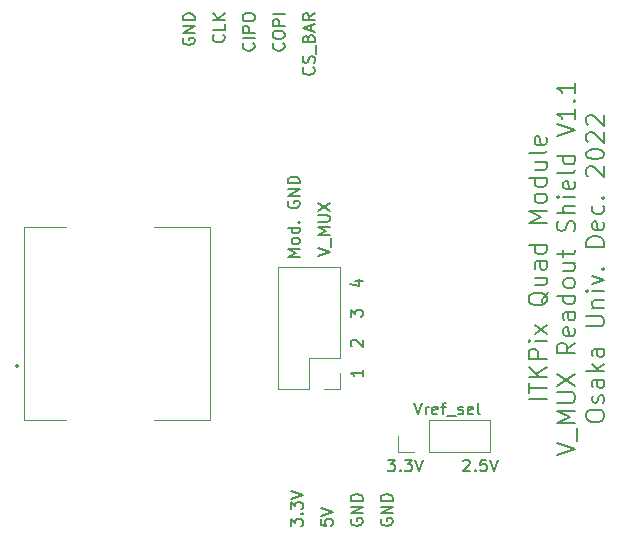
<source format=gbr>
%TF.GenerationSoftware,KiCad,Pcbnew,(5.1.6-0-10_14)*%
%TF.CreationDate,2022-12-11T12:30:35+09:00*%
%TF.ProjectId,MuxReadoutBoard,4d757852-6561-4646-9f75-74426f617264,rev?*%
%TF.SameCoordinates,Original*%
%TF.FileFunction,Legend,Top*%
%TF.FilePolarity,Positive*%
%FSLAX46Y46*%
G04 Gerber Fmt 4.6, Leading zero omitted, Abs format (unit mm)*
G04 Created by KiCad (PCBNEW (5.1.6-0-10_14)) date 2022-12-11 12:30:35*
%MOMM*%
%LPD*%
G01*
G04 APERTURE LIST*
%ADD10C,0.150000*%
%ADD11C,0.200000*%
%ADD12C,0.100000*%
%ADD13C,0.120000*%
G04 APERTURE END LIST*
D10*
X147026666Y-136866380D02*
X147360000Y-137866380D01*
X147693333Y-136866380D01*
X148026666Y-137866380D02*
X148026666Y-137199714D01*
X148026666Y-137390190D02*
X148074285Y-137294952D01*
X148121904Y-137247333D01*
X148217142Y-137199714D01*
X148312380Y-137199714D01*
X149026666Y-137818761D02*
X148931428Y-137866380D01*
X148740952Y-137866380D01*
X148645714Y-137818761D01*
X148598095Y-137723523D01*
X148598095Y-137342571D01*
X148645714Y-137247333D01*
X148740952Y-137199714D01*
X148931428Y-137199714D01*
X149026666Y-137247333D01*
X149074285Y-137342571D01*
X149074285Y-137437809D01*
X148598095Y-137533047D01*
X149360000Y-137199714D02*
X149740952Y-137199714D01*
X149502857Y-137866380D02*
X149502857Y-137009238D01*
X149550476Y-136914000D01*
X149645714Y-136866380D01*
X149740952Y-136866380D01*
X149836190Y-137961619D02*
X150598095Y-137961619D01*
X150788571Y-137818761D02*
X150883809Y-137866380D01*
X151074285Y-137866380D01*
X151169523Y-137818761D01*
X151217142Y-137723523D01*
X151217142Y-137675904D01*
X151169523Y-137580666D01*
X151074285Y-137533047D01*
X150931428Y-137533047D01*
X150836190Y-137485428D01*
X150788571Y-137390190D01*
X150788571Y-137342571D01*
X150836190Y-137247333D01*
X150931428Y-137199714D01*
X151074285Y-137199714D01*
X151169523Y-137247333D01*
X152026666Y-137818761D02*
X151931428Y-137866380D01*
X151740952Y-137866380D01*
X151645714Y-137818761D01*
X151598095Y-137723523D01*
X151598095Y-137342571D01*
X151645714Y-137247333D01*
X151740952Y-137199714D01*
X151931428Y-137199714D01*
X152026666Y-137247333D01*
X152074285Y-137342571D01*
X152074285Y-137437809D01*
X151598095Y-137533047D01*
X152645714Y-137866380D02*
X152550476Y-137818761D01*
X152502857Y-137723523D01*
X152502857Y-136866380D01*
X151225428Y-141787619D02*
X151273047Y-141740000D01*
X151368285Y-141692380D01*
X151606380Y-141692380D01*
X151701619Y-141740000D01*
X151749238Y-141787619D01*
X151796857Y-141882857D01*
X151796857Y-141978095D01*
X151749238Y-142120952D01*
X151177809Y-142692380D01*
X151796857Y-142692380D01*
X152225428Y-142597142D02*
X152273047Y-142644761D01*
X152225428Y-142692380D01*
X152177809Y-142644761D01*
X152225428Y-142597142D01*
X152225428Y-142692380D01*
X153177809Y-141692380D02*
X152701619Y-141692380D01*
X152654000Y-142168571D01*
X152701619Y-142120952D01*
X152796857Y-142073333D01*
X153034952Y-142073333D01*
X153130190Y-142120952D01*
X153177809Y-142168571D01*
X153225428Y-142263809D01*
X153225428Y-142501904D01*
X153177809Y-142597142D01*
X153130190Y-142644761D01*
X153034952Y-142692380D01*
X152796857Y-142692380D01*
X152701619Y-142644761D01*
X152654000Y-142597142D01*
X153511142Y-141692380D02*
X153844476Y-142692380D01*
X154177809Y-141692380D01*
X144827809Y-141692380D02*
X145446857Y-141692380D01*
X145113523Y-142073333D01*
X145256380Y-142073333D01*
X145351619Y-142120952D01*
X145399238Y-142168571D01*
X145446857Y-142263809D01*
X145446857Y-142501904D01*
X145399238Y-142597142D01*
X145351619Y-142644761D01*
X145256380Y-142692380D01*
X144970666Y-142692380D01*
X144875428Y-142644761D01*
X144827809Y-142597142D01*
X145875428Y-142597142D02*
X145923047Y-142644761D01*
X145875428Y-142692380D01*
X145827809Y-142644761D01*
X145875428Y-142597142D01*
X145875428Y-142692380D01*
X146256380Y-141692380D02*
X146875428Y-141692380D01*
X146542095Y-142073333D01*
X146684952Y-142073333D01*
X146780190Y-142120952D01*
X146827809Y-142168571D01*
X146875428Y-142263809D01*
X146875428Y-142501904D01*
X146827809Y-142597142D01*
X146780190Y-142644761D01*
X146684952Y-142692380D01*
X146399238Y-142692380D01*
X146304000Y-142644761D01*
X146256380Y-142597142D01*
X147161142Y-141692380D02*
X147494476Y-142692380D01*
X147827809Y-141692380D01*
X136612380Y-147333642D02*
X136612380Y-146714595D01*
X136993333Y-147047928D01*
X136993333Y-146905071D01*
X137040952Y-146809833D01*
X137088571Y-146762214D01*
X137183809Y-146714595D01*
X137421904Y-146714595D01*
X137517142Y-146762214D01*
X137564761Y-146809833D01*
X137612380Y-146905071D01*
X137612380Y-147190785D01*
X137564761Y-147286023D01*
X137517142Y-147333642D01*
X137517142Y-146286023D02*
X137564761Y-146238404D01*
X137612380Y-146286023D01*
X137564761Y-146333642D01*
X137517142Y-146286023D01*
X137612380Y-146286023D01*
X136612380Y-145905071D02*
X136612380Y-145286023D01*
X136993333Y-145619357D01*
X136993333Y-145476500D01*
X137040952Y-145381261D01*
X137088571Y-145333642D01*
X137183809Y-145286023D01*
X137421904Y-145286023D01*
X137517142Y-145333642D01*
X137564761Y-145381261D01*
X137612380Y-145476500D01*
X137612380Y-145762214D01*
X137564761Y-145857452D01*
X137517142Y-145905071D01*
X136612380Y-145000309D02*
X137612380Y-144666976D01*
X136612380Y-144333642D01*
X139152380Y-146762214D02*
X139152380Y-147238404D01*
X139628571Y-147286023D01*
X139580952Y-147238404D01*
X139533333Y-147143166D01*
X139533333Y-146905071D01*
X139580952Y-146809833D01*
X139628571Y-146762214D01*
X139723809Y-146714595D01*
X139961904Y-146714595D01*
X140057142Y-146762214D01*
X140104761Y-146809833D01*
X140152380Y-146905071D01*
X140152380Y-147143166D01*
X140104761Y-147238404D01*
X140057142Y-147286023D01*
X139152380Y-146428880D02*
X140152380Y-146095547D01*
X139152380Y-145762214D01*
X144280000Y-146714595D02*
X144232380Y-146809833D01*
X144232380Y-146952690D01*
X144280000Y-147095547D01*
X144375238Y-147190785D01*
X144470476Y-147238404D01*
X144660952Y-147286023D01*
X144803809Y-147286023D01*
X144994285Y-147238404D01*
X145089523Y-147190785D01*
X145184761Y-147095547D01*
X145232380Y-146952690D01*
X145232380Y-146857452D01*
X145184761Y-146714595D01*
X145137142Y-146666976D01*
X144803809Y-146666976D01*
X144803809Y-146857452D01*
X145232380Y-146238404D02*
X144232380Y-146238404D01*
X145232380Y-145666976D01*
X144232380Y-145666976D01*
X145232380Y-145190785D02*
X144232380Y-145190785D01*
X144232380Y-144952690D01*
X144280000Y-144809833D01*
X144375238Y-144714595D01*
X144470476Y-144666976D01*
X144660952Y-144619357D01*
X144803809Y-144619357D01*
X144994285Y-144666976D01*
X145089523Y-144714595D01*
X145184761Y-144809833D01*
X145232380Y-144952690D01*
X145232380Y-145190785D01*
X141740000Y-146714595D02*
X141692380Y-146809833D01*
X141692380Y-146952690D01*
X141740000Y-147095547D01*
X141835238Y-147190785D01*
X141930476Y-147238404D01*
X142120952Y-147286023D01*
X142263809Y-147286023D01*
X142454285Y-147238404D01*
X142549523Y-147190785D01*
X142644761Y-147095547D01*
X142692380Y-146952690D01*
X142692380Y-146857452D01*
X142644761Y-146714595D01*
X142597142Y-146666976D01*
X142263809Y-146666976D01*
X142263809Y-146857452D01*
X142692380Y-146238404D02*
X141692380Y-146238404D01*
X142692380Y-145666976D01*
X141692380Y-145666976D01*
X142692380Y-145190785D02*
X141692380Y-145190785D01*
X141692380Y-144952690D01*
X141740000Y-144809833D01*
X141835238Y-144714595D01*
X141930476Y-144666976D01*
X142120952Y-144619357D01*
X142263809Y-144619357D01*
X142454285Y-144666976D01*
X142549523Y-144714595D01*
X142644761Y-144809833D01*
X142692380Y-144952690D01*
X142692380Y-145190785D01*
X127516000Y-106015214D02*
X127468380Y-106110452D01*
X127468380Y-106253309D01*
X127516000Y-106396166D01*
X127611238Y-106491404D01*
X127706476Y-106539023D01*
X127896952Y-106586642D01*
X128039809Y-106586642D01*
X128230285Y-106539023D01*
X128325523Y-106491404D01*
X128420761Y-106396166D01*
X128468380Y-106253309D01*
X128468380Y-106158071D01*
X128420761Y-106015214D01*
X128373142Y-105967595D01*
X128039809Y-105967595D01*
X128039809Y-106158071D01*
X128468380Y-105539023D02*
X127468380Y-105539023D01*
X128468380Y-104967595D01*
X127468380Y-104967595D01*
X128468380Y-104491404D02*
X127468380Y-104491404D01*
X127468380Y-104253309D01*
X127516000Y-104110452D01*
X127611238Y-104015214D01*
X127706476Y-103967595D01*
X127896952Y-103919976D01*
X128039809Y-103919976D01*
X128230285Y-103967595D01*
X128325523Y-104015214D01*
X128420761Y-104110452D01*
X128468380Y-104253309D01*
X128468380Y-104491404D01*
X130913142Y-105729500D02*
X130960761Y-105777119D01*
X131008380Y-105919976D01*
X131008380Y-106015214D01*
X130960761Y-106158071D01*
X130865523Y-106253309D01*
X130770285Y-106300928D01*
X130579809Y-106348547D01*
X130436952Y-106348547D01*
X130246476Y-106300928D01*
X130151238Y-106253309D01*
X130056000Y-106158071D01*
X130008380Y-106015214D01*
X130008380Y-105919976D01*
X130056000Y-105777119D01*
X130103619Y-105729500D01*
X131008380Y-104824738D02*
X131008380Y-105300928D01*
X130008380Y-105300928D01*
X131008380Y-104491404D02*
X130008380Y-104491404D01*
X131008380Y-103919976D02*
X130436952Y-104348547D01*
X130008380Y-103919976D02*
X130579809Y-104491404D01*
X133453142Y-106443785D02*
X133500761Y-106491404D01*
X133548380Y-106634261D01*
X133548380Y-106729500D01*
X133500761Y-106872357D01*
X133405523Y-106967595D01*
X133310285Y-107015214D01*
X133119809Y-107062833D01*
X132976952Y-107062833D01*
X132786476Y-107015214D01*
X132691238Y-106967595D01*
X132596000Y-106872357D01*
X132548380Y-106729500D01*
X132548380Y-106634261D01*
X132596000Y-106491404D01*
X132643619Y-106443785D01*
X133548380Y-106015214D02*
X132548380Y-106015214D01*
X133548380Y-105539023D02*
X132548380Y-105539023D01*
X132548380Y-105158071D01*
X132596000Y-105062833D01*
X132643619Y-105015214D01*
X132738857Y-104967595D01*
X132881714Y-104967595D01*
X132976952Y-105015214D01*
X133024571Y-105062833D01*
X133072190Y-105158071D01*
X133072190Y-105539023D01*
X132548380Y-104348547D02*
X132548380Y-104158071D01*
X132596000Y-104062833D01*
X132691238Y-103967595D01*
X132881714Y-103919976D01*
X133215047Y-103919976D01*
X133405523Y-103967595D01*
X133500761Y-104062833D01*
X133548380Y-104158071D01*
X133548380Y-104348547D01*
X133500761Y-104443785D01*
X133405523Y-104539023D01*
X133215047Y-104586642D01*
X132881714Y-104586642D01*
X132691238Y-104539023D01*
X132596000Y-104443785D01*
X132548380Y-104348547D01*
X135993142Y-106443785D02*
X136040761Y-106491404D01*
X136088380Y-106634261D01*
X136088380Y-106729500D01*
X136040761Y-106872357D01*
X135945523Y-106967595D01*
X135850285Y-107015214D01*
X135659809Y-107062833D01*
X135516952Y-107062833D01*
X135326476Y-107015214D01*
X135231238Y-106967595D01*
X135136000Y-106872357D01*
X135088380Y-106729500D01*
X135088380Y-106634261D01*
X135136000Y-106491404D01*
X135183619Y-106443785D01*
X135088380Y-105824738D02*
X135088380Y-105634261D01*
X135136000Y-105539023D01*
X135231238Y-105443785D01*
X135421714Y-105396166D01*
X135755047Y-105396166D01*
X135945523Y-105443785D01*
X136040761Y-105539023D01*
X136088380Y-105634261D01*
X136088380Y-105824738D01*
X136040761Y-105919976D01*
X135945523Y-106015214D01*
X135755047Y-106062833D01*
X135421714Y-106062833D01*
X135231238Y-106015214D01*
X135136000Y-105919976D01*
X135088380Y-105824738D01*
X136088380Y-104967595D02*
X135088380Y-104967595D01*
X135088380Y-104586642D01*
X135136000Y-104491404D01*
X135183619Y-104443785D01*
X135278857Y-104396166D01*
X135421714Y-104396166D01*
X135516952Y-104443785D01*
X135564571Y-104491404D01*
X135612190Y-104586642D01*
X135612190Y-104967595D01*
X136088380Y-103967595D02*
X135088380Y-103967595D01*
X138533142Y-108491404D02*
X138580761Y-108539023D01*
X138628380Y-108681880D01*
X138628380Y-108777119D01*
X138580761Y-108919976D01*
X138485523Y-109015214D01*
X138390285Y-109062833D01*
X138199809Y-109110452D01*
X138056952Y-109110452D01*
X137866476Y-109062833D01*
X137771238Y-109015214D01*
X137676000Y-108919976D01*
X137628380Y-108777119D01*
X137628380Y-108681880D01*
X137676000Y-108539023D01*
X137723619Y-108491404D01*
X138580761Y-108110452D02*
X138628380Y-107967595D01*
X138628380Y-107729500D01*
X138580761Y-107634261D01*
X138533142Y-107586642D01*
X138437904Y-107539023D01*
X138342666Y-107539023D01*
X138247428Y-107586642D01*
X138199809Y-107634261D01*
X138152190Y-107729500D01*
X138104571Y-107919976D01*
X138056952Y-108015214D01*
X138009333Y-108062833D01*
X137914095Y-108110452D01*
X137818857Y-108110452D01*
X137723619Y-108062833D01*
X137676000Y-108015214D01*
X137628380Y-107919976D01*
X137628380Y-107681880D01*
X137676000Y-107539023D01*
X138723619Y-107348547D02*
X138723619Y-106586642D01*
X138104571Y-106015214D02*
X138152190Y-105872357D01*
X138199809Y-105824738D01*
X138295047Y-105777119D01*
X138437904Y-105777119D01*
X138533142Y-105824738D01*
X138580761Y-105872357D01*
X138628380Y-105967595D01*
X138628380Y-106348547D01*
X137628380Y-106348547D01*
X137628380Y-106015214D01*
X137676000Y-105919976D01*
X137723619Y-105872357D01*
X137818857Y-105824738D01*
X137914095Y-105824738D01*
X138009333Y-105872357D01*
X138056952Y-105919976D01*
X138104571Y-106015214D01*
X138104571Y-106348547D01*
X138342666Y-105396166D02*
X138342666Y-104919976D01*
X138628380Y-105491404D02*
X137628380Y-105158071D01*
X138628380Y-104824738D01*
X138628380Y-103919976D02*
X138152190Y-104253309D01*
X138628380Y-104491404D02*
X137628380Y-104491404D01*
X137628380Y-104110452D01*
X137676000Y-104015214D01*
X137723619Y-103967595D01*
X137818857Y-103919976D01*
X137961714Y-103919976D01*
X138056952Y-103967595D01*
X138104571Y-104015214D01*
X138152190Y-104110452D01*
X138152190Y-104491404D01*
X158273428Y-136579428D02*
X156749428Y-136579428D01*
X156749428Y-136071428D02*
X156749428Y-135200571D01*
X158273428Y-135636000D02*
X156749428Y-135636000D01*
X158273428Y-134692571D02*
X156749428Y-134692571D01*
X158273428Y-133821714D02*
X157402571Y-134474857D01*
X156749428Y-133821714D02*
X157620285Y-134692571D01*
X158273428Y-133168571D02*
X156749428Y-133168571D01*
X156749428Y-132588000D01*
X156822000Y-132442857D01*
X156894571Y-132370285D01*
X157039714Y-132297714D01*
X157257428Y-132297714D01*
X157402571Y-132370285D01*
X157475142Y-132442857D01*
X157547714Y-132588000D01*
X157547714Y-133168571D01*
X158273428Y-131644571D02*
X157257428Y-131644571D01*
X156749428Y-131644571D02*
X156822000Y-131717142D01*
X156894571Y-131644571D01*
X156822000Y-131572000D01*
X156749428Y-131644571D01*
X156894571Y-131644571D01*
X158273428Y-131064000D02*
X157257428Y-130265714D01*
X157257428Y-131064000D02*
X158273428Y-130265714D01*
X158418571Y-127508000D02*
X158346000Y-127653142D01*
X158200857Y-127798285D01*
X157983142Y-128016000D01*
X157910571Y-128161142D01*
X157910571Y-128306285D01*
X158273428Y-128233714D02*
X158200857Y-128378857D01*
X158055714Y-128524000D01*
X157765428Y-128596571D01*
X157257428Y-128596571D01*
X156967142Y-128524000D01*
X156822000Y-128378857D01*
X156749428Y-128233714D01*
X156749428Y-127943428D01*
X156822000Y-127798285D01*
X156967142Y-127653142D01*
X157257428Y-127580571D01*
X157765428Y-127580571D01*
X158055714Y-127653142D01*
X158200857Y-127798285D01*
X158273428Y-127943428D01*
X158273428Y-128233714D01*
X157257428Y-126274285D02*
X158273428Y-126274285D01*
X157257428Y-126927428D02*
X158055714Y-126927428D01*
X158200857Y-126854857D01*
X158273428Y-126709714D01*
X158273428Y-126492000D01*
X158200857Y-126346857D01*
X158128285Y-126274285D01*
X158273428Y-124895428D02*
X157475142Y-124895428D01*
X157330000Y-124968000D01*
X157257428Y-125113142D01*
X157257428Y-125403428D01*
X157330000Y-125548571D01*
X158200857Y-124895428D02*
X158273428Y-125040571D01*
X158273428Y-125403428D01*
X158200857Y-125548571D01*
X158055714Y-125621142D01*
X157910571Y-125621142D01*
X157765428Y-125548571D01*
X157692857Y-125403428D01*
X157692857Y-125040571D01*
X157620285Y-124895428D01*
X158273428Y-123516571D02*
X156749428Y-123516571D01*
X158200857Y-123516571D02*
X158273428Y-123661714D01*
X158273428Y-123952000D01*
X158200857Y-124097142D01*
X158128285Y-124169714D01*
X157983142Y-124242285D01*
X157547714Y-124242285D01*
X157402571Y-124169714D01*
X157330000Y-124097142D01*
X157257428Y-123952000D01*
X157257428Y-123661714D01*
X157330000Y-123516571D01*
X158273428Y-121629714D02*
X156749428Y-121629714D01*
X157838000Y-121121714D01*
X156749428Y-120613714D01*
X158273428Y-120613714D01*
X158273428Y-119670285D02*
X158200857Y-119815428D01*
X158128285Y-119888000D01*
X157983142Y-119960571D01*
X157547714Y-119960571D01*
X157402571Y-119888000D01*
X157330000Y-119815428D01*
X157257428Y-119670285D01*
X157257428Y-119452571D01*
X157330000Y-119307428D01*
X157402571Y-119234857D01*
X157547714Y-119162285D01*
X157983142Y-119162285D01*
X158128285Y-119234857D01*
X158200857Y-119307428D01*
X158273428Y-119452571D01*
X158273428Y-119670285D01*
X158273428Y-117856000D02*
X156749428Y-117856000D01*
X158200857Y-117856000D02*
X158273428Y-118001142D01*
X158273428Y-118291428D01*
X158200857Y-118436571D01*
X158128285Y-118509142D01*
X157983142Y-118581714D01*
X157547714Y-118581714D01*
X157402571Y-118509142D01*
X157330000Y-118436571D01*
X157257428Y-118291428D01*
X157257428Y-118001142D01*
X157330000Y-117856000D01*
X157257428Y-116477142D02*
X158273428Y-116477142D01*
X157257428Y-117130285D02*
X158055714Y-117130285D01*
X158200857Y-117057714D01*
X158273428Y-116912571D01*
X158273428Y-116694857D01*
X158200857Y-116549714D01*
X158128285Y-116477142D01*
X158273428Y-115533714D02*
X158200857Y-115678857D01*
X158055714Y-115751428D01*
X156749428Y-115751428D01*
X158200857Y-114372571D02*
X158273428Y-114517714D01*
X158273428Y-114808000D01*
X158200857Y-114953142D01*
X158055714Y-115025714D01*
X157475142Y-115025714D01*
X157330000Y-114953142D01*
X157257428Y-114808000D01*
X157257428Y-114517714D01*
X157330000Y-114372571D01*
X157475142Y-114300000D01*
X157620285Y-114300000D01*
X157765428Y-115025714D01*
X159185428Y-141296571D02*
X160709428Y-140788571D01*
X159185428Y-140280571D01*
X160854571Y-140135428D02*
X160854571Y-138974285D01*
X160709428Y-138611428D02*
X159185428Y-138611428D01*
X160274000Y-138103428D01*
X159185428Y-137595428D01*
X160709428Y-137595428D01*
X159185428Y-136869714D02*
X160419142Y-136869714D01*
X160564285Y-136797142D01*
X160636857Y-136724571D01*
X160709428Y-136579428D01*
X160709428Y-136289142D01*
X160636857Y-136144000D01*
X160564285Y-136071428D01*
X160419142Y-135998857D01*
X159185428Y-135998857D01*
X159185428Y-135418285D02*
X160709428Y-134402285D01*
X159185428Y-134402285D02*
X160709428Y-135418285D01*
X160709428Y-131789714D02*
X159983714Y-132297714D01*
X160709428Y-132660571D02*
X159185428Y-132660571D01*
X159185428Y-132080000D01*
X159258000Y-131934857D01*
X159330571Y-131862285D01*
X159475714Y-131789714D01*
X159693428Y-131789714D01*
X159838571Y-131862285D01*
X159911142Y-131934857D01*
X159983714Y-132080000D01*
X159983714Y-132660571D01*
X160636857Y-130556000D02*
X160709428Y-130701142D01*
X160709428Y-130991428D01*
X160636857Y-131136571D01*
X160491714Y-131209142D01*
X159911142Y-131209142D01*
X159766000Y-131136571D01*
X159693428Y-130991428D01*
X159693428Y-130701142D01*
X159766000Y-130556000D01*
X159911142Y-130483428D01*
X160056285Y-130483428D01*
X160201428Y-131209142D01*
X160709428Y-129177142D02*
X159911142Y-129177142D01*
X159766000Y-129249714D01*
X159693428Y-129394857D01*
X159693428Y-129685142D01*
X159766000Y-129830285D01*
X160636857Y-129177142D02*
X160709428Y-129322285D01*
X160709428Y-129685142D01*
X160636857Y-129830285D01*
X160491714Y-129902857D01*
X160346571Y-129902857D01*
X160201428Y-129830285D01*
X160128857Y-129685142D01*
X160128857Y-129322285D01*
X160056285Y-129177142D01*
X160709428Y-127798285D02*
X159185428Y-127798285D01*
X160636857Y-127798285D02*
X160709428Y-127943428D01*
X160709428Y-128233714D01*
X160636857Y-128378857D01*
X160564285Y-128451428D01*
X160419142Y-128524000D01*
X159983714Y-128524000D01*
X159838571Y-128451428D01*
X159766000Y-128378857D01*
X159693428Y-128233714D01*
X159693428Y-127943428D01*
X159766000Y-127798285D01*
X160709428Y-126854857D02*
X160636857Y-127000000D01*
X160564285Y-127072571D01*
X160419142Y-127145142D01*
X159983714Y-127145142D01*
X159838571Y-127072571D01*
X159766000Y-127000000D01*
X159693428Y-126854857D01*
X159693428Y-126637142D01*
X159766000Y-126492000D01*
X159838571Y-126419428D01*
X159983714Y-126346857D01*
X160419142Y-126346857D01*
X160564285Y-126419428D01*
X160636857Y-126492000D01*
X160709428Y-126637142D01*
X160709428Y-126854857D01*
X159693428Y-125040571D02*
X160709428Y-125040571D01*
X159693428Y-125693714D02*
X160491714Y-125693714D01*
X160636857Y-125621142D01*
X160709428Y-125476000D01*
X160709428Y-125258285D01*
X160636857Y-125113142D01*
X160564285Y-125040571D01*
X159693428Y-124532571D02*
X159693428Y-123952000D01*
X159185428Y-124314857D02*
X160491714Y-124314857D01*
X160636857Y-124242285D01*
X160709428Y-124097142D01*
X160709428Y-123952000D01*
X160636857Y-122355428D02*
X160709428Y-122137714D01*
X160709428Y-121774857D01*
X160636857Y-121629714D01*
X160564285Y-121557142D01*
X160419142Y-121484571D01*
X160274000Y-121484571D01*
X160128857Y-121557142D01*
X160056285Y-121629714D01*
X159983714Y-121774857D01*
X159911142Y-122065142D01*
X159838571Y-122210285D01*
X159766000Y-122282857D01*
X159620857Y-122355428D01*
X159475714Y-122355428D01*
X159330571Y-122282857D01*
X159258000Y-122210285D01*
X159185428Y-122065142D01*
X159185428Y-121702285D01*
X159258000Y-121484571D01*
X160709428Y-120831428D02*
X159185428Y-120831428D01*
X160709428Y-120178285D02*
X159911142Y-120178285D01*
X159766000Y-120250857D01*
X159693428Y-120396000D01*
X159693428Y-120613714D01*
X159766000Y-120758857D01*
X159838571Y-120831428D01*
X160709428Y-119452571D02*
X159693428Y-119452571D01*
X159185428Y-119452571D02*
X159258000Y-119525142D01*
X159330571Y-119452571D01*
X159258000Y-119380000D01*
X159185428Y-119452571D01*
X159330571Y-119452571D01*
X160636857Y-118146285D02*
X160709428Y-118291428D01*
X160709428Y-118581714D01*
X160636857Y-118726857D01*
X160491714Y-118799428D01*
X159911142Y-118799428D01*
X159766000Y-118726857D01*
X159693428Y-118581714D01*
X159693428Y-118291428D01*
X159766000Y-118146285D01*
X159911142Y-118073714D01*
X160056285Y-118073714D01*
X160201428Y-118799428D01*
X160709428Y-117202857D02*
X160636857Y-117348000D01*
X160491714Y-117420571D01*
X159185428Y-117420571D01*
X160709428Y-115969142D02*
X159185428Y-115969142D01*
X160636857Y-115969142D02*
X160709428Y-116114285D01*
X160709428Y-116404571D01*
X160636857Y-116549714D01*
X160564285Y-116622285D01*
X160419142Y-116694857D01*
X159983714Y-116694857D01*
X159838571Y-116622285D01*
X159766000Y-116549714D01*
X159693428Y-116404571D01*
X159693428Y-116114285D01*
X159766000Y-115969142D01*
X159185428Y-114300000D02*
X160709428Y-113792000D01*
X159185428Y-113284000D01*
X160709428Y-111977714D02*
X160709428Y-112848571D01*
X160709428Y-112413142D02*
X159185428Y-112413142D01*
X159403142Y-112558285D01*
X159548285Y-112703428D01*
X159620857Y-112848571D01*
X160564285Y-111324571D02*
X160636857Y-111252000D01*
X160709428Y-111324571D01*
X160636857Y-111397142D01*
X160564285Y-111324571D01*
X160709428Y-111324571D01*
X160709428Y-109800571D02*
X160709428Y-110671428D01*
X160709428Y-110236000D02*
X159185428Y-110236000D01*
X159403142Y-110381142D01*
X159548285Y-110526285D01*
X159620857Y-110671428D01*
X161621428Y-138103428D02*
X161621428Y-137813142D01*
X161694000Y-137668000D01*
X161839142Y-137522857D01*
X162129428Y-137450285D01*
X162637428Y-137450285D01*
X162927714Y-137522857D01*
X163072857Y-137668000D01*
X163145428Y-137813142D01*
X163145428Y-138103428D01*
X163072857Y-138248571D01*
X162927714Y-138393714D01*
X162637428Y-138466285D01*
X162129428Y-138466285D01*
X161839142Y-138393714D01*
X161694000Y-138248571D01*
X161621428Y-138103428D01*
X163072857Y-136869714D02*
X163145428Y-136724571D01*
X163145428Y-136434285D01*
X163072857Y-136289142D01*
X162927714Y-136216571D01*
X162855142Y-136216571D01*
X162710000Y-136289142D01*
X162637428Y-136434285D01*
X162637428Y-136652000D01*
X162564857Y-136797142D01*
X162419714Y-136869714D01*
X162347142Y-136869714D01*
X162202000Y-136797142D01*
X162129428Y-136652000D01*
X162129428Y-136434285D01*
X162202000Y-136289142D01*
X163145428Y-134910285D02*
X162347142Y-134910285D01*
X162202000Y-134982857D01*
X162129428Y-135128000D01*
X162129428Y-135418285D01*
X162202000Y-135563428D01*
X163072857Y-134910285D02*
X163145428Y-135055428D01*
X163145428Y-135418285D01*
X163072857Y-135563428D01*
X162927714Y-135636000D01*
X162782571Y-135636000D01*
X162637428Y-135563428D01*
X162564857Y-135418285D01*
X162564857Y-135055428D01*
X162492285Y-134910285D01*
X163145428Y-134184571D02*
X161621428Y-134184571D01*
X162564857Y-134039428D02*
X163145428Y-133604000D01*
X162129428Y-133604000D02*
X162710000Y-134184571D01*
X163145428Y-132297714D02*
X162347142Y-132297714D01*
X162202000Y-132370285D01*
X162129428Y-132515428D01*
X162129428Y-132805714D01*
X162202000Y-132950857D01*
X163072857Y-132297714D02*
X163145428Y-132442857D01*
X163145428Y-132805714D01*
X163072857Y-132950857D01*
X162927714Y-133023428D01*
X162782571Y-133023428D01*
X162637428Y-132950857D01*
X162564857Y-132805714D01*
X162564857Y-132442857D01*
X162492285Y-132297714D01*
X161621428Y-130410857D02*
X162855142Y-130410857D01*
X163000285Y-130338285D01*
X163072857Y-130265714D01*
X163145428Y-130120571D01*
X163145428Y-129830285D01*
X163072857Y-129685142D01*
X163000285Y-129612571D01*
X162855142Y-129540000D01*
X161621428Y-129540000D01*
X162129428Y-128814285D02*
X163145428Y-128814285D01*
X162274571Y-128814285D02*
X162202000Y-128741714D01*
X162129428Y-128596571D01*
X162129428Y-128378857D01*
X162202000Y-128233714D01*
X162347142Y-128161142D01*
X163145428Y-128161142D01*
X163145428Y-127435428D02*
X162129428Y-127435428D01*
X161621428Y-127435428D02*
X161694000Y-127508000D01*
X161766571Y-127435428D01*
X161694000Y-127362857D01*
X161621428Y-127435428D01*
X161766571Y-127435428D01*
X162129428Y-126854857D02*
X163145428Y-126492000D01*
X162129428Y-126129142D01*
X163000285Y-125548571D02*
X163072857Y-125476000D01*
X163145428Y-125548571D01*
X163072857Y-125621142D01*
X163000285Y-125548571D01*
X163145428Y-125548571D01*
X163145428Y-123661714D02*
X161621428Y-123661714D01*
X161621428Y-123298857D01*
X161694000Y-123081142D01*
X161839142Y-122936000D01*
X161984285Y-122863428D01*
X162274571Y-122790857D01*
X162492285Y-122790857D01*
X162782571Y-122863428D01*
X162927714Y-122936000D01*
X163072857Y-123081142D01*
X163145428Y-123298857D01*
X163145428Y-123661714D01*
X163072857Y-121557142D02*
X163145428Y-121702285D01*
X163145428Y-121992571D01*
X163072857Y-122137714D01*
X162927714Y-122210285D01*
X162347142Y-122210285D01*
X162202000Y-122137714D01*
X162129428Y-121992571D01*
X162129428Y-121702285D01*
X162202000Y-121557142D01*
X162347142Y-121484571D01*
X162492285Y-121484571D01*
X162637428Y-122210285D01*
X163072857Y-120178285D02*
X163145428Y-120323428D01*
X163145428Y-120613714D01*
X163072857Y-120758857D01*
X163000285Y-120831428D01*
X162855142Y-120904000D01*
X162419714Y-120904000D01*
X162274571Y-120831428D01*
X162202000Y-120758857D01*
X162129428Y-120613714D01*
X162129428Y-120323428D01*
X162202000Y-120178285D01*
X163000285Y-119525142D02*
X163072857Y-119452571D01*
X163145428Y-119525142D01*
X163072857Y-119597714D01*
X163000285Y-119525142D01*
X163145428Y-119525142D01*
X161766571Y-117710857D02*
X161694000Y-117638285D01*
X161621428Y-117493142D01*
X161621428Y-117130285D01*
X161694000Y-116985142D01*
X161766571Y-116912571D01*
X161911714Y-116840000D01*
X162056857Y-116840000D01*
X162274571Y-116912571D01*
X163145428Y-117783428D01*
X163145428Y-116840000D01*
X161621428Y-115896571D02*
X161621428Y-115751428D01*
X161694000Y-115606285D01*
X161766571Y-115533714D01*
X161911714Y-115461142D01*
X162202000Y-115388571D01*
X162564857Y-115388571D01*
X162855142Y-115461142D01*
X163000285Y-115533714D01*
X163072857Y-115606285D01*
X163145428Y-115751428D01*
X163145428Y-115896571D01*
X163072857Y-116041714D01*
X163000285Y-116114285D01*
X162855142Y-116186857D01*
X162564857Y-116259428D01*
X162202000Y-116259428D01*
X161911714Y-116186857D01*
X161766571Y-116114285D01*
X161694000Y-116041714D01*
X161621428Y-115896571D01*
X161766571Y-114808000D02*
X161694000Y-114735428D01*
X161621428Y-114590285D01*
X161621428Y-114227428D01*
X161694000Y-114082285D01*
X161766571Y-114009714D01*
X161911714Y-113937142D01*
X162056857Y-113937142D01*
X162274571Y-114009714D01*
X163145428Y-114880571D01*
X163145428Y-113937142D01*
X161766571Y-113356571D02*
X161694000Y-113284000D01*
X161621428Y-113138857D01*
X161621428Y-112776000D01*
X161694000Y-112630857D01*
X161766571Y-112558285D01*
X161911714Y-112485714D01*
X162056857Y-112485714D01*
X162274571Y-112558285D01*
X163145428Y-113429142D01*
X163145428Y-112485714D01*
X142025714Y-126555523D02*
X142692380Y-126555523D01*
X141644761Y-126793619D02*
X142359047Y-127031714D01*
X142359047Y-126412666D01*
X137358380Y-124538952D02*
X136358380Y-124538952D01*
X137072666Y-124205619D01*
X136358380Y-123872285D01*
X137358380Y-123872285D01*
X137358380Y-123253238D02*
X137310761Y-123348476D01*
X137263142Y-123396095D01*
X137167904Y-123443714D01*
X136882190Y-123443714D01*
X136786952Y-123396095D01*
X136739333Y-123348476D01*
X136691714Y-123253238D01*
X136691714Y-123110380D01*
X136739333Y-123015142D01*
X136786952Y-122967523D01*
X136882190Y-122919904D01*
X137167904Y-122919904D01*
X137263142Y-122967523D01*
X137310761Y-123015142D01*
X137358380Y-123110380D01*
X137358380Y-123253238D01*
X137358380Y-122062761D02*
X136358380Y-122062761D01*
X137310761Y-122062761D02*
X137358380Y-122158000D01*
X137358380Y-122348476D01*
X137310761Y-122443714D01*
X137263142Y-122491333D01*
X137167904Y-122538952D01*
X136882190Y-122538952D01*
X136786952Y-122491333D01*
X136739333Y-122443714D01*
X136691714Y-122348476D01*
X136691714Y-122158000D01*
X136739333Y-122062761D01*
X137263142Y-121586571D02*
X137310761Y-121538952D01*
X137358380Y-121586571D01*
X137310761Y-121634190D01*
X137263142Y-121586571D01*
X137358380Y-121586571D01*
X136406000Y-119824666D02*
X136358380Y-119919904D01*
X136358380Y-120062761D01*
X136406000Y-120205619D01*
X136501238Y-120300857D01*
X136596476Y-120348476D01*
X136786952Y-120396095D01*
X136929809Y-120396095D01*
X137120285Y-120348476D01*
X137215523Y-120300857D01*
X137310761Y-120205619D01*
X137358380Y-120062761D01*
X137358380Y-119967523D01*
X137310761Y-119824666D01*
X137263142Y-119777047D01*
X136929809Y-119777047D01*
X136929809Y-119967523D01*
X137358380Y-119348476D02*
X136358380Y-119348476D01*
X137358380Y-118777047D01*
X136358380Y-118777047D01*
X137358380Y-118300857D02*
X136358380Y-118300857D01*
X136358380Y-118062761D01*
X136406000Y-117919904D01*
X136501238Y-117824666D01*
X136596476Y-117777047D01*
X136786952Y-117729428D01*
X136929809Y-117729428D01*
X137120285Y-117777047D01*
X137215523Y-117824666D01*
X137310761Y-117919904D01*
X137358380Y-118062761D01*
X137358380Y-118300857D01*
X138898380Y-124459714D02*
X139898380Y-124126380D01*
X138898380Y-123793047D01*
X139993619Y-123697809D02*
X139993619Y-122935904D01*
X139898380Y-122697809D02*
X138898380Y-122697809D01*
X139612666Y-122364476D01*
X138898380Y-122031142D01*
X139898380Y-122031142D01*
X138898380Y-121554952D02*
X139707904Y-121554952D01*
X139803142Y-121507333D01*
X139850761Y-121459714D01*
X139898380Y-121364476D01*
X139898380Y-121174000D01*
X139850761Y-121078761D01*
X139803142Y-121031142D01*
X139707904Y-120983523D01*
X138898380Y-120983523D01*
X138898380Y-120602571D02*
X139898380Y-119935904D01*
X138898380Y-119935904D02*
X139898380Y-120602571D01*
X141692380Y-129619333D02*
X141692380Y-129000285D01*
X142073333Y-129333619D01*
X142073333Y-129190761D01*
X142120952Y-129095523D01*
X142168571Y-129047904D01*
X142263809Y-129000285D01*
X142501904Y-129000285D01*
X142597142Y-129047904D01*
X142644761Y-129095523D01*
X142692380Y-129190761D01*
X142692380Y-129476476D01*
X142644761Y-129571714D01*
X142597142Y-129619333D01*
X141787619Y-132111714D02*
X141740000Y-132064095D01*
X141692380Y-131968857D01*
X141692380Y-131730761D01*
X141740000Y-131635523D01*
X141787619Y-131587904D01*
X141882857Y-131540285D01*
X141978095Y-131540285D01*
X142120952Y-131587904D01*
X142692380Y-132159333D01*
X142692380Y-131540285D01*
X142692380Y-134080285D02*
X142692380Y-134651714D01*
X142692380Y-134366000D02*
X141692380Y-134366000D01*
X141835238Y-134461238D01*
X141930476Y-134556476D01*
X141978095Y-134651714D01*
D11*
%TO.C,J1*%
X113450000Y-133871000D02*
X113450000Y-133871000D01*
X113450000Y-133671000D02*
X113450000Y-133671000D01*
D12*
X114050000Y-138361000D02*
X117550000Y-138361000D01*
X114050000Y-121981000D02*
X114050000Y-138361000D01*
X117550000Y-121981000D02*
X114050000Y-121981000D01*
X129800000Y-138361000D02*
X125050000Y-138361000D01*
X129800000Y-121981000D02*
X129800000Y-138361000D01*
X125050000Y-121981000D02*
X129800000Y-121981000D01*
D11*
X113450000Y-133671000D02*
G75*
G03*
X113450000Y-133871000I0J-100000D01*
G01*
X113450000Y-133871000D02*
G75*
G03*
X113450000Y-133671000I0J100000D01*
G01*
D13*
%TO.C,J2*%
X140776000Y-125416000D02*
X135576000Y-125416000D01*
X140776000Y-133096000D02*
X140776000Y-125416000D01*
X135576000Y-135696000D02*
X135576000Y-125416000D01*
X140776000Y-133096000D02*
X138176000Y-133096000D01*
X138176000Y-133096000D02*
X138176000Y-135696000D01*
X138176000Y-135696000D02*
X135576000Y-135696000D01*
X140776000Y-134366000D02*
X140776000Y-135696000D01*
X140776000Y-135696000D02*
X139446000Y-135696000D01*
%TO.C,J7*%
X153476000Y-141030000D02*
X153476000Y-138370000D01*
X148336000Y-141030000D02*
X153476000Y-141030000D01*
X148336000Y-138370000D02*
X153476000Y-138370000D01*
X148336000Y-141030000D02*
X148336000Y-138370000D01*
X147066000Y-141030000D02*
X145736000Y-141030000D01*
X145736000Y-141030000D02*
X145736000Y-139700000D01*
%TD*%
M02*

</source>
